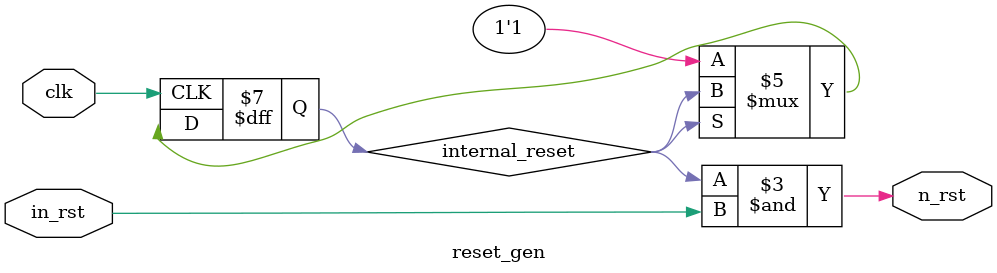
<source format=sv>
module reset_gen(
    input clk,
    input in_rst,
    output n_rst
);

    `ifdef SIM
        assign n_rst = in_rst;
    `else
        reg internal_reset;

        initial begin
            internal_reset = 1'b0;
        end

        always_ff @(negedge clk) begin
            if(!internal_reset)
                internal_reset <= 1;
        end

        assign n_rst = internal_reset & in_rst;
    `endif

endmodule
</source>
